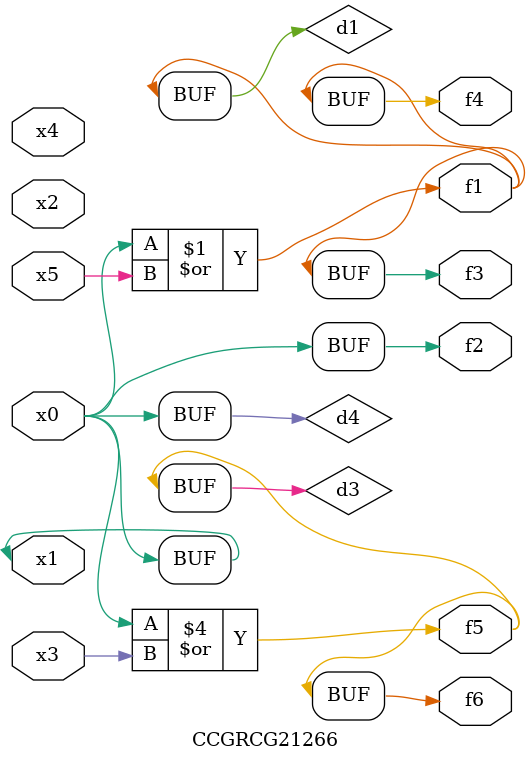
<source format=v>
module CCGRCG21266(
	input x0, x1, x2, x3, x4, x5,
	output f1, f2, f3, f4, f5, f6
);

	wire d1, d2, d3, d4;

	or (d1, x0, x5);
	xnor (d2, x1, x4);
	or (d3, x0, x3);
	buf (d4, x0, x1);
	assign f1 = d1;
	assign f2 = d4;
	assign f3 = d1;
	assign f4 = d1;
	assign f5 = d3;
	assign f6 = d3;
endmodule

</source>
